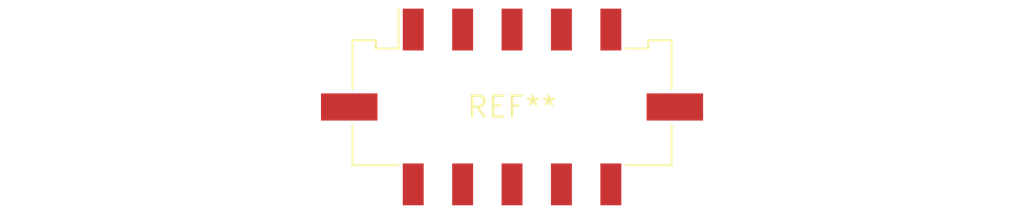
<source format=kicad_pcb>
(kicad_pcb (version 20240108) (generator pcbnew)
  (layers (0 "F.Cu" signal) (31 "B.Cu" signal) (34 "B.Paste" user) (35 "F.Paste" user) (36 "B.SilkS" user "B.Silkscreen") (37 "F.SilkS" user "F.Silkscreen") (38 "B.Mask" user) (39 "F.Mask" user) (44 "Edge.Cuts" user))
  (net 0 "")
  (footprint "Molex_Micro-Fit_3.0_43045-1018_2x05-1MP_P3.00mm_Vertical" (layer "F.Cu") (at 0 0)
    (property "Reference" "REF**")
    (property "Value" "Molex_Micro-Fit_3.0_43045-1018_2x05-1MP_P3.00mm_Vertical")
    (fp_line (start -9.685 -4.05) (end -8.265 -4.05) (layer "F.SilkS") (stroke (width 0.12)))
    (fp_line (start -9.685 -1.085) (end -9.685 -4.05) (layer "F.SilkS") (stroke (width 0.12)))
    (fp_line (start -9.685 1.085) (end -9.685 3.54) (layer "F.SilkS") (stroke (width 0.12)))
    (fp_line (start -9.685 3.54) (end -6.895 3.54) (layer "F.SilkS") (stroke (width 0.12)))
    (fp_line (start -8.265 -4.05) (end -8.265 -3.55) (layer "F.SilkS") (stroke (width 0.12)))
    (fp_line (start -8.265 -3.55) (end -6.895 -3.55) (layer "F.SilkS") (stroke (width 0.12)))
    (fp_line (start -6.895 -3.55) (end -6.895 -5.97) (layer "F.SilkS") (stroke (width 0.12)))
    (fp_line (start 8.265 -4.05) (end 8.265 -3.55) (layer "F.SilkS") (stroke (width 0.12)))
    (fp_line (start 8.265 -3.55) (end 6.895 -3.55) (layer "F.SilkS") (stroke (width 0.12)))
    (fp_line (start 9.685 -4.05) (end 8.265 -4.05) (layer "F.SilkS") (stroke (width 0.12)))
    (fp_line (start 9.685 -1.085) (end 9.685 -4.05) (layer "F.SilkS") (stroke (width 0.12)))
    (fp_line (start 9.685 1.085) (end 9.685 3.54) (layer "F.SilkS") (stroke (width 0.12)))
    (fp_line (start 9.685 3.54) (end 6.895 3.54) (layer "F.SilkS") (stroke (width 0.12)))
    (pad "1" smd rect (at -6 -4.7) (size 1.27 2.54) (layers "F.Cu" "F.Paste" "F.Mask"))
    (pad "2" smd rect (at -3 -4.7) (size 1.27 2.54) (layers "F.Cu" "F.Paste" "F.Mask"))
    (pad "3" smd rect (at 0 -4.7) (size 1.27 2.54) (layers "F.Cu" "F.Paste" "F.Mask"))
    (pad "4" smd rect (at 3 -4.7) (size 1.27 2.54) (layers "F.Cu" "F.Paste" "F.Mask"))
    (pad "5" smd rect (at 6 -4.7) (size 1.27 2.54) (layers "F.Cu" "F.Paste" "F.Mask"))
    (pad "6" smd rect (at -6 4.7) (size 1.27 2.54) (layers "F.Cu" "F.Paste" "F.Mask"))
    (pad "7" smd rect (at -3 4.7) (size 1.27 2.54) (layers "F.Cu" "F.Paste" "F.Mask"))
    (pad "8" smd rect (at 0 4.7) (size 1.27 2.54) (layers "F.Cu" "F.Paste" "F.Mask"))
    (pad "9" smd rect (at 3 4.7) (size 1.27 2.54) (layers "F.Cu" "F.Paste" "F.Mask"))
    (pad "10" smd rect (at 6 4.7) (size 1.27 2.54) (layers "F.Cu" "F.Paste" "F.Mask"))
    (pad "MP" smd rect (at -9.885 0) (size 3.43 1.65) (layers "F.Cu" "F.Paste" "F.Mask"))
    (pad "MP" smd rect (at 9.885 0) (size 3.43 1.65) (layers "F.Cu" "F.Paste" "F.Mask"))
  )
)
</source>
